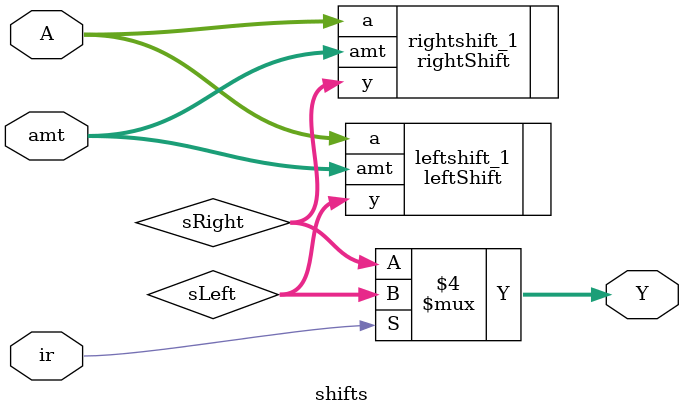
<source format=sv>
module shifts(

input logic [7:0] A, //8-bit
input logic ir, //1-bit control signal
input logic [2:0] amt,  //amount rotated
output logic [7:0] Y

);

logic [7:0] sRight, sLeft;

rightShift rightshift_1(.a(A), .amt(amt), .y(sRight)); //Sends information to rightShift file
leftShift leftshift_1(.a(A), .amt(amt), .y(sLeft)); //Send info to leftShift to start shifting left

always_comb
    begin
    if (ir == 0)  //if the signal is 0 then it will shift right
        Y = sRight;
    else //if the signal is 1, then it will shift left
        Y = sLeft;
   end

endmodule
</source>
